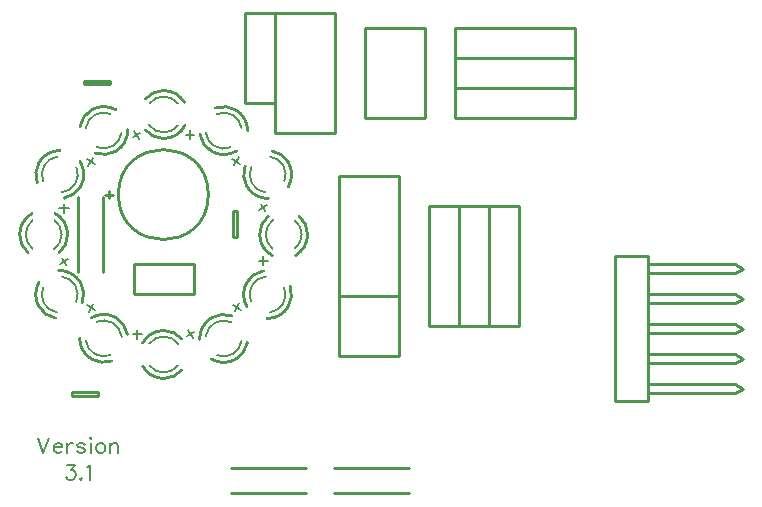
<source format=gto>
G04 DipTrace 3.1.0.1*
G04 TopSilk.gbr*
%MOIN*%
G04 #@! TF.FileFunction,Legend,Top*
G04 #@! TF.Part,Single*
%ADD10C,0.009843*%
%ADD15C,0.01*%
%ADD50C,0.006*%
%ADD51C,0.005*%
%ADD116C,0.00772*%
%FSLAX26Y26*%
G04*
G70*
G90*
G75*
G01*
G04 TopSilk*
%LPD*%
X690892Y1484209D2*
D10*
Y1507849D1*
X679096Y1496029D2*
X702722D1*
X721994D2*
G02X721994Y1496029I150007J0D01*
G01*
X1745002Y2051029D2*
X1545002D1*
Y1751029D1*
X1745002D1*
Y2051029D1*
X1445002Y2101029D2*
X1245002D1*
Y1701029D1*
X1445002D1*
Y2101029D1*
X1845280Y1851034D2*
X2245315D1*
Y1751029D1*
X1845280D1*
Y1851034D1*
X1845016Y1951289D2*
X2245051D1*
Y1851284D1*
X1845016D1*
Y1951289D1*
Y2051034D2*
X2245051D1*
Y1951029D1*
X1845016D1*
Y2051034D1*
X1245000Y2101005D2*
X1145003D1*
Y1801066D1*
X1245000D1*
Y2101005D1*
X587876Y1238029D2*
Y1488029D1*
X672128Y1238029D2*
Y1488029D1*
X1689753Y499903D2*
X1439753D1*
X1689753Y584155D2*
X1439753D1*
X1346002Y499903D2*
X1096002D1*
X1346002Y584155D2*
X1096002D1*
X2486474Y833277D2*
X2777808D1*
X2486474Y864776D2*
X2777808D1*
Y833277D2*
X2804199Y849050D1*
X2777808Y864776D2*
X2804199Y849050D1*
X2377027Y807100D2*
X2486474D1*
Y1290958D1*
X2377027D1*
Y807100D1*
X2486474Y933290D2*
X2777808D1*
X2486474Y964789D2*
X2777808D1*
Y933290D2*
X2804199Y949015D1*
X2777808Y964789D2*
X2804199Y949015D1*
X2486474Y1033255D2*
X2777808D1*
X2486474Y1064803D2*
X2777808D1*
Y1033255D2*
X2804199Y1049029D1*
X2777808Y1064803D2*
X2804199Y1049029D1*
X2486474Y1133269D2*
X2777808D1*
X2486474Y1164768D2*
X2777808D1*
Y1133269D2*
X2804199Y1149042D1*
X2777808Y1164768D2*
X2804199Y1149042D1*
X2486474Y1233282D2*
X2777808D1*
X2486474Y1264781D2*
X2777808D1*
Y1233282D2*
X2804199Y1249008D1*
X2777808Y1264781D2*
X2804199Y1249008D1*
X1656502Y1558780D2*
X1456502D1*
Y1158780D1*
X1656502D1*
Y1558780D1*
X2056387Y1459203D2*
X1956382D1*
Y1059168D1*
X2056387D1*
Y1459203D1*
X1956376D2*
X1856371D1*
Y1059168D1*
X1956376D1*
Y1459203D1*
X1856111Y1458930D2*
X1756106D1*
Y1058895D1*
X1856111D1*
Y1458930D1*
X1457002Y959029D2*
X1657002D1*
Y1159029D1*
X1457002D1*
Y959029D1*
X772990Y1264034D2*
X973014D1*
Y1164029D1*
X772990D1*
Y1264034D1*
X606252Y1876276D2*
X693752D1*
Y1863781D1*
X606252D1*
Y1876276D1*
X1103755Y1354279D2*
X1116250D1*
Y1441779D1*
X1103755D1*
Y1354279D1*
X655752Y824781D2*
X568252D1*
Y837276D1*
X655752D1*
Y824781D1*
X872995Y1023030D2*
D50*
G02X921829Y997895I13J-59981D01*
G01*
X825001Y999036D2*
G02X872995Y1023030I48031J-36078D01*
G01*
Y903029D2*
G03X920369Y926191I23J59982D01*
G01*
X825639D2*
G03X872995Y903029I47351J36820D01*
G01*
Y1043030D2*
D15*
G02X934457Y1014244I40J-79922D01*
G01*
X802409Y1000682D2*
G02X872995Y1043030I70633J-37731D01*
G01*
Y883029D2*
G03X934074Y911358I-15J80040D01*
G01*
X803540Y923339D2*
G03X872995Y883029I69462J39694D01*
G01*
X771002Y1031033D2*
D51*
X800000D1*
X784999Y1015026D2*
Y1046029D1*
X1167652Y1533020D2*
D50*
G02X1164996Y1587890I52022J30017D01*
G01*
X1212422Y1503464D2*
G02X1167652Y1533020I7157J59527D01*
G01*
X1271577Y1593017D2*
G03X1227831Y1622472I-51922J-29899D01*
G01*
X1275193Y1540439D2*
G03X1271577Y1593017I-55590J22590D01*
G01*
X1150323Y1523027D2*
D15*
G02X1144531Y1590644I69162J39981D01*
G01*
X1222295Y1483076D2*
G02X1150323Y1523027I-2658J80016D01*
G01*
X1288890Y1603030D2*
G03X1233815Y1641754I-69297J-40030D01*
G01*
X1288714Y1522726D2*
G03X1288890Y1603030I-69087J40304D01*
G01*
X1211718Y1440692D2*
D51*
X1197222Y1465805D1*
X1218583Y1460819D2*
X1191733Y1445317D1*
X1043014Y1657258D2*
D50*
G02X1013281Y1703446I29913J51920D01*
G01*
X1096571Y1654046D2*
G02X1043014Y1657258I-23558J55299D01*
G01*
X1103004Y1761191D2*
G03X1050399Y1764814I-30010J-52015D01*
G01*
X1132435Y1717451D2*
G03X1103004Y1761191I-59484J-8254D01*
G01*
X1033007Y1639943D2*
D15*
G02X994173Y1695591I39939J69245D01*
G01*
X1115313Y1641314D2*
G02X1033007Y1639943I-42298J68031D01*
G01*
X1113010Y1778506D2*
G03X1045952Y1784519I-40015J-69325D01*
G01*
X1153004Y1708872D2*
G03X1113010Y1778506I-80008J350D01*
G01*
X1127337Y1599338D2*
D51*
X1102226Y1613833D1*
X1123223Y1620199D2*
X1107721Y1593344D1*
X1042993Y1068379D2*
D50*
G02X1097863Y1071035I30017J-52022D01*
G01*
X1013437Y1023609D2*
G02X1042993Y1068379I59527J-7157D01*
G01*
X1102990Y964454D2*
G03X1132446Y1008200I-29899J51922D01*
G01*
X1050412Y960838D2*
G03X1102990Y964454I22590J55590D01*
G01*
X1033000Y1085708D2*
D15*
G02X1100618Y1091500I39981J-69162D01*
G01*
X993050Y1013736D2*
G02X1033000Y1085708I80016J2658D01*
G01*
X1113003Y947141D2*
G03X1151727Y1002216I-40030J69297D01*
G01*
X1032699Y947317D2*
G03X1113003Y947141I40304J69087D01*
G01*
X950666Y1024313D2*
D51*
X975778Y1038810D1*
X970792Y1017449D2*
X955290Y1044298D1*
X533003Y1363036D2*
D50*
G02X507868Y1314202I-59981J-13D01*
G01*
X509009Y1411031D2*
G02X533003Y1363036I-36078J-48031D01*
G01*
X413002D2*
G03X436165Y1315662I59982J-23D01*
G01*
Y1410392D2*
G03X413002Y1363036I36820J-47351D01*
G01*
X553003D2*
D15*
G02X524217Y1301574I-79922J-40D01*
G01*
X510656Y1433623D2*
G02X553003Y1363036I-37731J-70633D01*
G01*
X393002D2*
G03X421332Y1301958I80040J15D01*
G01*
X433312Y1432491D2*
G03X393002Y1363036I39694J-69462D01*
G01*
X541006Y1465029D2*
D51*
Y1436032D1*
X525000Y1451032D2*
X556002D1*
X873010Y1703028D2*
D50*
G02X824176Y1728163I-13J59981D01*
G01*
X921004Y1727022D2*
G02X873010Y1703028I-48031J36078D01*
G01*
Y1823029D2*
G03X825636Y1799867I-23J-59982D01*
G01*
X920365D2*
G03X873010Y1823029I-47351J-36820D01*
G01*
Y1683028D2*
D15*
G02X811548Y1711814I-40J79922D01*
G01*
X943596Y1725376D2*
G02X873010Y1683028I-70633J37731D01*
G01*
Y1843029D2*
G03X811931Y1814700I15J-80040D01*
G01*
X942465Y1802719D2*
G03X873010Y1843029I-69462J-39694D01*
G01*
X975002Y1695025D2*
D51*
X946005D1*
X961005Y1711032D2*
Y1680029D1*
X1167232Y1193018D2*
D50*
G02X1213419Y1222751I51920J-29913D01*
G01*
X1164019Y1139460D2*
G02X1167232Y1193018I55299J23558D01*
G01*
X1271164Y1133027D2*
G03X1274788Y1185632I-52015J30010D01*
G01*
X1227425Y1103596D2*
G03X1271164Y1133027I-8254J59484D01*
G01*
X1149916Y1203024D2*
D15*
G02X1205565Y1241858I69245J-39939D01*
G01*
X1151287Y1120718D2*
G02X1149916Y1203024I68031J42298D01*
G01*
X1288479Y1123021D2*
G03X1294493Y1190079I-69325J40015D01*
G01*
X1218845Y1083027D2*
G03X1288479Y1123021I350J80008D01*
G01*
X1109311Y1108694D2*
D51*
X1123806Y1133806D1*
X1130172Y1112808D2*
X1103317Y1128310D1*
X578353Y1193038D2*
D50*
G02X581009Y1138168I-52022J-30017D01*
G01*
X533582Y1222594D2*
G02X578353Y1193038I-7157J-59527D01*
G01*
X474427Y1133041D2*
G03X518174Y1103586I51922J29899D01*
G01*
X470811Y1185619D2*
G03X474427Y1133041I55590J-22590D01*
G01*
X595681Y1203031D2*
D15*
G02X601474Y1135414I-69162J-39981D01*
G01*
X523710Y1242982D2*
G02X595681Y1203031I2658J-80016D01*
G01*
X457115Y1123028D2*
G03X512189Y1084304I69297J40030D01*
G01*
X457291Y1203332D2*
G03X457115Y1123028I69087J-40304D01*
G01*
X534286Y1285366D2*
D51*
X548783Y1260253D1*
X527422Y1265239D2*
X554271Y1280741D1*
X703011Y1657679D2*
D50*
G02X648142Y1655023I-30017J52022D01*
G01*
X732567Y1702449D2*
G02X703011Y1657679I-59527J7157D01*
G01*
X643015Y1761604D2*
G03X613559Y1717858I29899J-51922D01*
G01*
X695592Y1765220D2*
G03X643015Y1761604I-22590J-55590D01*
G01*
X713004Y1640350D2*
D15*
G02X645387Y1634558I-39981J69162D01*
G01*
X752955Y1712321D2*
G02X713004Y1640350I-80016J-2658D01*
G01*
X633002Y1778917D2*
G03X594277Y1723842I40030J-69297D01*
G01*
X713306Y1778741D2*
G03X633002Y1778917I-40304J-69087D01*
G01*
X795339Y1701745D2*
D51*
X770226Y1687248D1*
X775213Y1708609D2*
X790715Y1681760D1*
X1213002Y1363022D2*
D50*
G02X1238136Y1411855I59981J13D01*
G01*
X1236995Y1315027D2*
G02X1213002Y1363022I36078J48031D01*
G01*
X1333002D2*
G03X1309840Y1410396I-59982J23D01*
G01*
Y1315666D2*
G03X1333002Y1363022I-36820J47351D01*
G01*
X1193002D2*
D15*
G02X1221787Y1424484I79922J40D01*
G01*
X1235349Y1292435D2*
G02X1193002Y1363022I37731J70633D01*
G01*
X1353002D2*
G03X1324673Y1424100I-80040J-15D01*
G01*
X1312692Y1293567D2*
G03X1353002Y1363022I-39694J69462D01*
G01*
X1204998Y1261029D2*
D51*
Y1290026D1*
X1221005Y1275026D2*
X1190002D1*
X702991Y1068800D2*
D50*
G02X732724Y1022612I-29913J-51920D01*
G01*
X649433Y1072012D2*
G02X702991Y1068800I23558J-55299D01*
G01*
X643001Y964867D2*
G03X695605Y961244I30010J52015D01*
G01*
X613569Y1008607D2*
G03X643001Y964867I59484J8254D01*
G01*
X712997Y1086115D2*
D15*
G02X751831Y1030467I-39939J-69245D01*
G01*
X630691Y1084744D2*
G02X712997Y1086115I42298J-68031D01*
G01*
X632994Y947552D2*
G03X700053Y941539I40015J69325D01*
G01*
X593001Y1017186D2*
G03X632994Y947552I80008J-350D01*
G01*
X618668Y1126720D2*
D51*
X643779Y1112225D1*
X622782Y1105859D2*
X638283Y1132714D1*
X578773Y1533040D2*
D50*
G02X532585Y1503307I-51920J29913D01*
G01*
X581985Y1586598D2*
G02X578773Y1533040I-55299J-23558D01*
G01*
X474841Y1593031D2*
G03X471217Y1540426I52015J-30010D01*
G01*
X518580Y1622462D2*
G03X474841Y1593031I8254J-59484D01*
G01*
X596088Y1523034D2*
D15*
G02X540440Y1484200I-69245J39939D01*
G01*
X594717Y1605340D2*
G02X596088Y1523034I-68031J-42298D01*
G01*
X457525Y1603037D2*
G03X451512Y1535979I69325J-40015D01*
G01*
X527159Y1643031D2*
G03X457525Y1603037I-350J-80008D01*
G01*
X636694Y1617364D2*
D51*
X622199Y1592252D1*
X615833Y1613250D2*
X642687Y1597748D1*
X452686Y684246D2*
D116*
X471810Y634006D1*
X490933Y684246D1*
X506372Y653129D2*
X535057D1*
Y657938D1*
X532680Y662746D1*
X530304Y665123D1*
X525495Y667499D1*
X518310D1*
X513557Y665123D1*
X508749Y660314D1*
X506372Y653129D1*
Y648376D1*
X508749Y641191D1*
X513557Y636438D1*
X518310Y634006D1*
X525495D1*
X530304Y636438D1*
X535057Y641191D1*
X550496Y667499D2*
Y634006D1*
Y653129D2*
X552928Y660314D1*
X557681Y665123D1*
X562490Y667499D1*
X569675D1*
X611422Y660314D2*
X609046Y665123D1*
X601861Y667499D1*
X594676D1*
X587491Y665123D1*
X585114Y660314D1*
X587491Y655561D1*
X592299Y653129D1*
X604237Y650753D1*
X609046Y648376D1*
X611422Y643568D1*
Y641191D1*
X609046Y636438D1*
X601861Y634006D1*
X594676D1*
X587491Y636438D1*
X585114Y641191D1*
X626862Y684246D2*
X629238Y681870D1*
X631670Y684246D1*
X629238Y686678D1*
X626862Y684246D1*
X629238Y667499D2*
Y634006D1*
X659047Y667499D2*
X654294Y665123D1*
X649486Y660314D1*
X647109Y653129D1*
Y648376D1*
X649486Y641191D1*
X654294Y636438D1*
X659047Y634006D1*
X666232D1*
X671041Y636438D1*
X675794Y641191D1*
X678226Y648376D1*
Y653129D1*
X675794Y660314D1*
X671041Y665123D1*
X666232Y667499D1*
X659047D1*
X693665D2*
Y634006D1*
Y657938D2*
X700850Y665123D1*
X705659Y667499D1*
X712788D1*
X717597Y665123D1*
X719973Y657938D1*
Y634006D1*
X551495Y596191D2*
X577748D1*
X563433Y577068D1*
X570618D1*
X575371Y574691D1*
X577748Y572314D1*
X580180Y565129D1*
Y560376D1*
X577748Y553191D1*
X572995Y548383D1*
X565810Y546006D1*
X558625D1*
X551495Y548383D1*
X549118Y550815D1*
X546686Y555568D1*
X597995Y550815D2*
X595619Y548383D1*
X597995Y546006D1*
X600427Y548383D1*
X597995Y550815D1*
X615867Y586629D2*
X620675Y589061D1*
X627860Y596191D1*
Y546006D1*
M02*

</source>
